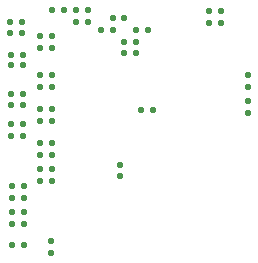
<source format=gbr>
%TF.GenerationSoftware,Altium Limited,Altium Designer,23.3.1 (30)*%
G04 Layer_Color=128*
%FSLAX45Y45*%
%MOMM*%
%TF.SameCoordinates,B56B3050-E4CE-4FE9-8081-1B6FDF6B35C2*%
%TF.FilePolarity,Positive*%
%TF.FileFunction,Paste,Bot*%
%TF.Part,Single*%
G01*
G75*
%TA.AperFunction,SMDPad,CuDef*%
G04:AMPARAMS|DCode=53|XSize=0.53666mm|YSize=0.53666mm|CornerRadius=0.11833mm|HoleSize=0mm|Usage=FLASHONLY|Rotation=270.000|XOffset=0mm|YOffset=0mm|HoleType=Round|Shape=RoundedRectangle|*
%AMROUNDEDRECTD53*
21,1,0.53666,0.30000,0,0,270.0*
21,1,0.30000,0.53666,0,0,270.0*
1,1,0.23666,-0.15000,-0.15000*
1,1,0.23666,-0.15000,0.15000*
1,1,0.23666,0.15000,0.15000*
1,1,0.23666,0.15000,-0.15000*
%
%ADD53ROUNDEDRECTD53*%
G04:AMPARAMS|DCode=54|XSize=0.53666mm|YSize=0.53666mm|CornerRadius=0.11833mm|HoleSize=0mm|Usage=FLASHONLY|Rotation=0.000|XOffset=0mm|YOffset=0mm|HoleType=Round|Shape=RoundedRectangle|*
%AMROUNDEDRECTD54*
21,1,0.53666,0.30000,0,0,0.0*
21,1,0.30000,0.53666,0,0,0.0*
1,1,0.23666,0.15000,-0.15000*
1,1,0.23666,-0.15000,-0.15000*
1,1,0.23666,-0.15000,0.15000*
1,1,0.23666,0.15000,0.15000*
%
%ADD54ROUNDEDRECTD54*%
D53*
X1100000Y2380000D02*
D03*
X1000000D02*
D03*
X1850000Y1530000D02*
D03*
X1750000D02*
D03*
X760000Y390000D02*
D03*
X660000D02*
D03*
X2330000Y2270000D02*
D03*
X2430000D02*
D03*
X750000Y1670000D02*
D03*
X650000D02*
D03*
X759999Y889998D02*
D03*
X659999D02*
D03*
X1000000Y1250000D02*
D03*
X900000D02*
D03*
X1000000Y1830000D02*
D03*
X900000D02*
D03*
X750000Y2000000D02*
D03*
X650000D02*
D03*
X1300000Y2380000D02*
D03*
X1200000D02*
D03*
X1610000Y2310000D02*
D03*
X1510000D02*
D03*
X1000000Y1540000D02*
D03*
X900000D02*
D03*
X1810000Y2210000D02*
D03*
X1710000D02*
D03*
X1000000Y1030000D02*
D03*
X900000D02*
D03*
X1000000Y2160000D02*
D03*
X900000D02*
D03*
X740000Y2280000D02*
D03*
X640000D02*
D03*
X2330000Y2370000D02*
D03*
X2430000D02*
D03*
X750000Y1410000D02*
D03*
X650000D02*
D03*
X650000Y1570000D02*
D03*
X750000D02*
D03*
X1510000Y2210000D02*
D03*
X1410000D02*
D03*
X650000Y1310000D02*
D03*
X750000D02*
D03*
X1200000Y2280000D02*
D03*
X1300000D02*
D03*
X900000Y1440000D02*
D03*
X1000000D02*
D03*
X660000Y790000D02*
D03*
X760000D02*
D03*
X1000000Y1150000D02*
D03*
X900000D02*
D03*
X760000Y670000D02*
D03*
X660000D02*
D03*
X760000Y570000D02*
D03*
X660000D02*
D03*
X1000000Y930000D02*
D03*
X900000D02*
D03*
X1000000Y1730000D02*
D03*
X900000D02*
D03*
X750000Y1910000D02*
D03*
X650000D02*
D03*
X900000Y2060000D02*
D03*
X1000000D02*
D03*
X640000Y2180000D02*
D03*
X740000D02*
D03*
D54*
X1610000Y2110000D02*
D03*
Y2010000D02*
D03*
X2660000Y1830000D02*
D03*
Y1730000D02*
D03*
X990000Y320000D02*
D03*
Y420000D02*
D03*
X1710000Y2010000D02*
D03*
Y2110000D02*
D03*
X2660000Y1510000D02*
D03*
Y1610000D02*
D03*
X1570000Y1070000D02*
D03*
Y970000D02*
D03*
%TF.MD5,25e9b291dc7d8fb3bf29ecc1edfe76b2*%
M02*

</source>
